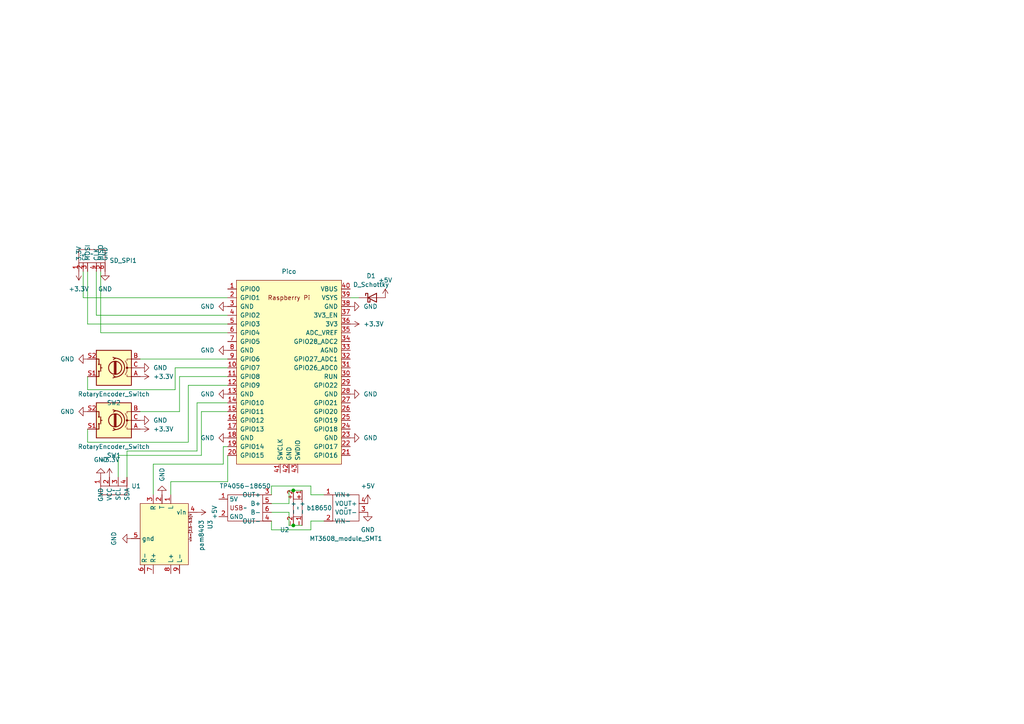
<source format=kicad_sch>
(kicad_sch (version 20230121) (generator eeschema)
  (paper "A4")
  (lib_symbols
    (symbol "Device:D_Schottky" (pin_numbers hide) (pin_names (offset 1.016) hide)
      (property "Reference" "D" (at 0 2.54 0))
      (property "Value" "D_Schottky" (at 0 -2.54 0))
      (symbol "D_Schottky_0_1"
        (polyline (pts (xy 1.27 0) (xy -1.27 0)))
        (polyline (pts (xy 1.27 1.27) (xy 1.27 -1.27) (xy -1.27 0) (xy 1.27 1.27)) (stroke (width 0.254)))
        (polyline (pts (xy -1.905 0.635) (xy -1.905 1.27) (xy -1.27 1.27) (xy -1.27 -1.27) (xy -0.635 -1.27) (xy -0.635 -0.635)) (stroke (width 0.254)))
      )
      (symbol "D_Schottky_1_1"
        (pin passive line (at -3.81 0 0) (length 2.54) (name "K") (number "1"))
        (pin passive line (at 3.81 0 180) (length 2.54) (name "A") (number "2"))
      )
    )
    (symbol "Device:RotaryEncoder_Switch" (pin_names (offset 0.254) hide)
      (property "Reference" "SW" (at 0 6.604 0))
      (property "Value" "RotaryEncoder_Switch" (at 0 -6.604 0))
      (symbol "RotaryEncoder_Switch_0_1"
        (rectangle (start -5.08 5.08) (end 5.08 -5.08) (stroke (width 0.254)) (fill (type background)))
        (circle (center -3.81 0) (radius 0.254) (fill (type outline)))
        (circle (center -0.381 0) (radius 1.905) (stroke (width 0.254)))
        (arc (start -0.381 2.667) (mid -3.0988 -0.0635) (end -0.381 -2.794) (stroke (width 0.254)))
        (polyline (pts (xy -0.635 -1.778) (xy -0.635 1.778)) (stroke (width 0.254)))
        (polyline (pts (xy -0.381 -1.778) (xy -0.381 1.778)) (stroke (width 0.254)))
        (polyline (pts (xy -0.127 1.778) (xy -0.127 -1.778)) (stroke (width 0.254)))
        (polyline (pts (xy 3.81 0) (xy 3.429 0)) (stroke (width 0.254)))
        (polyline (pts (xy 3.81 1.016) (xy 3.81 -1.016)) (stroke (width 0.254)))
        (polyline (pts (xy -5.08 -2.54) (xy -3.81 -2.54) (xy -3.81 -2.032)))
        (polyline (pts (xy -5.08 2.54) (xy -3.81 2.54) (xy -3.81 2.032)))
        (polyline (pts (xy 0.254 -3.048) (xy -0.508 -2.794) (xy 0.127 -2.413)) (stroke (width 0.254)))
        (polyline (pts (xy 0.254 2.921) (xy -0.508 2.667) (xy 0.127 2.286)) (stroke (width 0.254)))
        (polyline (pts (xy 5.08 -2.54) (xy 4.318 -2.54) (xy 4.318 -1.016)) (stroke (width 0.254)))
        (polyline (pts (xy 5.08 2.54) (xy 4.318 2.54) (xy 4.318 1.016)) (stroke (width 0.254)))
        (polyline (pts (xy -5.08 0) (xy -3.81 0) (xy -3.81 -1.016) (xy -3.302 -2.032)))
        (polyline (pts (xy -4.318 0) (xy -3.81 0) (xy -3.81 1.016) (xy -3.302 2.032)))
        (circle (center 4.318 -1.016) (radius 0.127) (stroke (width 0.254)))
        (circle (center 4.318 1.016) (radius 0.127) (stroke (width 0.254)))
      )
      (symbol "RotaryEncoder_Switch_1_1"
        (pin passive line (at -7.62 2.54 0) (length 2.54) (name "A") (number "A"))
        (pin passive line (at -7.62 -2.54 0) (length 2.54) (name "B") (number "B"))
        (pin passive line (at -7.62 0 0) (length 2.54) (name "C") (number "C"))
        (pin passive line (at 7.62 2.54 180) (length 2.54) (name "S1") (number "S1"))
        (pin passive line (at 7.62 -2.54 180) (length 2.54) (name "S2") (number "S2"))
      )
    )
    (symbol "LibrarySym:18650"
      (property "Reference" "U" (at 0 0 0))
      (symbol "18650_0_1"
        (rectangle (start -2.54 1.27) (end 2.54 -1.27))
      )
      (symbol "18650_1_1"
        (pin bidirectional line (at -5.08 1.27 0) (length 2.54) (name "+") (number "+1"))
        (pin bidirectional line (at -5.08 -1.27 0) (length 2.54) (name "+") (number "+2"))
        (pin bidirectional line (at 5.08 1.27 180) (length 2.54) (name "-") (number "-1"))
        (pin bidirectional line (at 5.08 -1.27 180) (length 2.54) (name "-") (number "-2"))
      )
    )
    (symbol "LibrarySym:I2C_OLED"
      (property "Reference" "U" (at 0 0 0))
      (symbol "I2C_OLED_0_1"
        (rectangle (start -3.81 1.27) (end 3.81 -1.27))
      )
      (symbol "I2C_OLED_1_1"
        (pin power_out line (at -3.81 3.81 270) (length 2.54) (name "GND") (number "1"))
        (pin power_in line (at -1.27 3.81 270) (length 2.54) (name "VCC") (number "2"))
        (pin bidirectional line (at 1.27 3.81 270) (length 2.54) (name "SCL") (number "3"))
        (pin bidirectional line (at 3.81 3.81 270) (length 2.54) (name "SDA") (number "4"))
      )
    )
    (symbol "LibrarySym:MSD_SPI"
      (property "Reference" "U" (at 0 0 0))
      (property "Footprint" "Connector_PinHeader_2.54mm:PinHeader_1x06_P2.54mm_Vertical" (at 0 0 0))
      (symbol "MSD_SPI_0_1"
        (rectangle (start -3.81 1.27) (end 3.81 -2.54))
      )
      (symbol "MSD_SPI_1_1"
        (pin input line (at -3.81 -5.08 90) (length 2.54) (name "3.3V") (number "1"))
        (pin input line (at -2.54 -5.08 90) (length 2.54) (name "cs") (number "2"))
        (pin input line (at -1.27 -5.08 90) (length 2.54) (name "MOSI") (number "3"))
        (pin input line (at 1.27 -5.08 90) (length 2.54) (name "CLK") (number "4"))
        (pin input line (at 2.54 -5.08 90) (length 2.54) (name "MISO") (number "5"))
        (pin input line (at 3.81 -5.08 90) (length 2.54) (name "GND") (number "6"))
      )
    )
    (symbol "LibrarySym:MT3068"
      (property "Reference" "U" (at 0 0 0))
      (symbol "MT3068_0_1"
        (rectangle (start -3.81 3.81) (end 3.81 -3.81))
      )
      (symbol "MT3068_1_1"
        (pin power_in line (at -6.35 3.81 0) (length 2.54) (name "VIN+") (number "1"))
        (pin power_in line (at -6.35 -3.81 0) (length 2.54) (name "VIN-") (number "2"))
        (pin power_out line (at 6.35 -1.27 180) (length 2.54) (name "VOUT-") (number "3"))
        (pin power_out line (at 6.35 1.27 180) (length 2.54) (name "VOUT+") (number "4"))
      )
    )
    (symbol "LibrarySym:Pico" (pin_names (offset 1.016))
      (property "Reference" "U" (at -13.97 27.94 0))
      (property "Value" "Pico" (at 0 19.05 0))
      (symbol "Pico_0_0"
        (text "Raspberry Pi" (at 0 21.59 0) (effects (font (size 1.27 1.27))))
      )
      (symbol "Pico_0_1"
        (rectangle (start -15.24 26.67) (end 15.24 -26.67) (fill (type background)))
      )
      (symbol "Pico_1_1"
        (pin bidirectional line (at -17.78 24.13 0) (length 2.54) (name "GPIO0") (number "1"))
        (pin bidirectional line (at -17.78 1.27 0) (length 2.54) (name "GPIO7") (number "10"))
        (pin bidirectional line (at -17.78 -1.27 0) (length 2.54) (name "GPIO8") (number "11"))
        (pin bidirectional line (at -17.78 -3.81 0) (length 2.54) (name "GPIO9") (number "12"))
        (pin power_in line (at -17.78 -6.35 0) (length 2.54) (name "GND") (number "13"))
        (pin bidirectional line (at -17.78 -8.89 0) (length 2.54) (name "GPIO10") (number "14"))
        (pin bidirectional line (at -17.78 -11.43 0) (length 2.54) (name "GPIO11") (number "15"))
        (pin bidirectional line (at -17.78 -13.97 0) (length 2.54) (name "GPIO12") (number "16"))
        (pin bidirectional line (at -17.78 -16.51 0) (length 2.54) (name "GPIO13") (number "17"))
        (pin power_in line (at -17.78 -19.05 0) (length 2.54) (name "GND") (number "18"))
        (pin bidirectional line (at -17.78 -21.59 0) (length 2.54) (name "GPIO14") (number "19"))
        (pin bidirectional line (at -17.78 21.59 0) (length 2.54) (name "GPIO1") (number "2"))
        (pin bidirectional line (at -17.78 -24.13 0) (length 2.54) (name "GPIO15") (number "20"))
        (pin bidirectional line (at 17.78 -24.13 180) (length 2.54) (name "GPIO16") (number "21"))
        (pin bidirectional line (at 17.78 -21.59 180) (length 2.54) (name "GPIO17") (number "22"))
        (pin power_in line (at 17.78 -19.05 180) (length 2.54) (name "GND") (number "23"))
        (pin bidirectional line (at 17.78 -16.51 180) (length 2.54) (name "GPIO18") (number "24"))
        (pin bidirectional line (at 17.78 -13.97 180) (length 2.54) (name "GPIO19") (number "25"))
        (pin bidirectional line (at 17.78 -11.43 180) (length 2.54) (name "GPIO20") (number "26"))
        (pin bidirectional line (at 17.78 -8.89 180) (length 2.54) (name "GPIO21") (number "27"))
        (pin power_in line (at 17.78 -6.35 180) (length 2.54) (name "GND") (number "28"))
        (pin bidirectional line (at 17.78 -3.81 180) (length 2.54) (name "GPIO22") (number "29"))
        (pin power_in line (at -17.78 19.05 0) (length 2.54) (name "GND") (number "3"))
        (pin input line (at 17.78 -1.27 180) (length 2.54) (name "RUN") (number "30"))
        (pin bidirectional line (at 17.78 1.27 180) (length 2.54) (name "GPIO26_ADC0") (number "31"))
        (pin bidirectional line (at 17.78 3.81 180) (length 2.54) (name "GPIO27_ADC1") (number "32"))
        (pin power_in line (at 17.78 6.35 180) (length 2.54) (name "AGND") (number "33"))
        (pin bidirectional line (at 17.78 8.89 180) (length 2.54) (name "GPIO28_ADC2") (number "34"))
        (pin unspecified line (at 17.78 11.43 180) (length 2.54) (name "ADC_VREF") (number "35"))
        (pin unspecified line (at 17.78 13.97 180) (length 2.54) (name "3V3") (number "36"))
        (pin input line (at 17.78 16.51 180) (length 2.54) (name "3V3_EN") (number "37"))
        (pin bidirectional line (at 17.78 19.05 180) (length 2.54) (name "GND") (number "38"))
        (pin unspecified line (at 17.78 21.59 180) (length 2.54) (name "VSYS") (number "39"))
        (pin bidirectional line (at -17.78 16.51 0) (length 2.54) (name "GPIO2") (number "4"))
        (pin unspecified line (at 17.78 24.13 180) (length 2.54) (name "VBUS") (number "40"))
        (pin input line (at -2.54 -29.21 90) (length 2.54) (name "SWCLK") (number "41"))
        (pin power_in line (at 0 -29.21 90) (length 2.54) (name "GND") (number "42"))
        (pin bidirectional line (at 2.54 -29.21 90) (length 2.54) (name "SWDIO") (number "43"))
        (pin bidirectional line (at -17.78 13.97 0) (length 2.54) (name "GPIO3") (number "5"))
        (pin bidirectional line (at -17.78 11.43 0) (length 2.54) (name "GPIO4") (number "6"))
        (pin bidirectional line (at -17.78 8.89 0) (length 2.54) (name "GPIO5") (number "7"))
        (pin power_in line (at -17.78 6.35 0) (length 2.54) (name "GND") (number "8"))
        (pin bidirectional line (at -17.78 3.81 0) (length 2.54) (name "GPIO6") (number "9"))
      )
    )
    (symbol "LibrarySym:TP4056_"
      (property "Reference" "U" (at 0 0 0))
      (symbol "TP4056__0_1"
        (rectangle (start -5.08 3.81) (end 5.08 -3.81))
      )
      (symbol "TP4056__1_1"
        (text "USB\n" (at -2.54 0 0) (effects (font (size 1.27 1.27))))
        (pin power_in line (at -7.62 2.54 0) (length 2.54) (name "5V") (number "1"))
        (pin power_in line (at -7.62 -2.54 0) (length 2.54) (name "GND") (number "2"))
        (pin power_out line (at 7.62 3.81 180) (length 2.54) (name "OUT+") (number "3"))
        (pin power_out line (at 7.62 -3.81 180) (length 2.54) (name "OUT-") (number "4"))
        (pin power_in line (at 7.62 1.27 180) (length 2.54) (name "B+") (number "5"))
        (pin power_in line (at 7.62 -1.27 180) (length 2.54) (name "B-") (number "6"))
      )
    )
    (symbol "LibrarySym:pam8403"
      (property "Reference" "U?" (at -3.6956 13.97 0))
      (property "Value" "pam8403" (at -3.6956 11.43 0))
      (symbol "pam8403_0_0"
        (rectangle (start -8.255 7.62) (end 9.525 -6.35) (fill (type background)))
        (text "vin=[2.5-5.5]V" (at -1.27 8.255 0) (effects (font (size 0.7 0.7))))
      )
      (symbol "pam8403_1_1"
        (pin passive line (at -10.795 2.54 0) (length 2.54) (name "L") (number "1"))
        (pin passive line (at -10.795 0 0) (length 2.54) (name "T") (number "2"))
        (pin passive line (at -10.795 -2.54 0) (length 2.54) (name "R") (number "3"))
        (pin passive line (at -5.715 10.16 270) (length 2.54) (name "vin") (number "4"))
        (pin passive line (at 1.905 -8.89 90) (length 2.54) (name "gnd") (number "5"))
        (pin passive line (at 12.065 -5.08 180) (length 2.54) (name "R-") (number "6"))
        (pin passive line (at 12.065 -2.54 180) (length 2.54) (name "R+") (number "7"))
        (pin passive line (at 12.065 2.54 180) (length 2.54) (name "L+") (number "8"))
        (pin passive line (at 12.065 5.08 180) (length 2.54) (name "L-") (number "9"))
      )
    )
    (symbol "power:+3.3V" (power) (pin_names (offset 0))
      (property "Value" "+3.3V" (at 0 3.556 0))
      (symbol "+3.3V_0_1"
        (polyline (pts (xy -0.762 1.27) (xy 0 2.54)))
        (polyline (pts (xy 0 0) (xy 0 2.54)))
        (polyline (pts (xy 0 2.54) (xy 0.762 1.27)))
      )
      (symbol "+3.3V_1_1"
        (pin power_in line (at 0 0 90) (length 0) hide (name "+3.3V") (number "1"))
      )
    )
    (symbol "power:+5V" (power) (pin_names (offset 0))
      (property "Value" "+5V" (at 0 3.556 0))
      (symbol "+5V_0_1"
        (polyline (pts (xy -0.762 1.27) (xy 0 2.54)))
        (polyline (pts (xy 0 0) (xy 0 2.54)))
        (polyline (pts (xy 0 2.54) (xy 0.762 1.27)))
      )
      (symbol "+5V_1_1"
        (pin power_in line (at 0 0 90) (length 0) hide (name "+5V") (number "1"))
      )
    )
    (symbol "power:GND" (power) (pin_names (offset 0))
      (property "Value" "GND" (at 0 -3.81 0))
      (symbol "GND_0_1"
        (polyline (pts (xy 0 0) (xy 0 -1.27) (xy 1.27 -1.27) (xy 0 -2.54) (xy -1.27 -1.27) (xy 0 -1.27)))
      )
      (symbol "GND_1_1"
        (pin power_in line (at 0 0 270) (length 0) hide (name "GND") (number "1"))
      )
    )
  )
  (junction (at 85.09 142.24))
  (junction (at 85.09 152.4))
  (wire (pts (xy 36.83 138.43) (xy 36.83 130.81)))
  (wire (pts (xy 57.15 130.81) (xy 57.15 116.84)))
  (wire (pts (xy 90.17 140.97) (xy 90.17 143.51)))
  (wire (pts (xy 83.82 146.05) (xy 83.82 142.24)))
  (wire (pts (xy 54.61 128.27) (xy 54.61 111.76)))
  (wire (pts (xy 104.14 86.36) (xy 101.6 86.36)))
  (wire (pts (xy 50.8 106.68) (xy 50.8 113.03)))
  (wire (pts (xy 66.04 132.08) (xy 66.04 139.7)))
  (wire (pts (xy 66.04 139.7) (xy 49.53 139.7)))
  (wire (pts (xy 25.4 109.22) (xy 25.4 113.03)))
  (wire (pts (xy 58.42 119.38) (xy 66.04 119.38)))
  (wire (pts (xy 83.82 148.59) (xy 83.82 152.4)))
  (wire (pts (xy 52.07 109.22) (xy 66.04 109.22)))
  (wire (pts (xy 78.74 148.59) (xy 83.82 148.59)))
  (wire (pts (xy 49.53 139.7) (xy 49.53 143.51)))
  (wire (pts (xy 34.29 138.43) (xy 34.29 132.08)))
  (wire (pts (xy 29.21 78.74) (xy 29.21 96.52)))
  (wire (pts (xy 58.42 132.08) (xy 58.42 119.38)))
  (wire (pts (xy 34.29 132.08) (xy 58.42 132.08)))
  (wire (pts (xy 78.74 151.13) (xy 78.74 153.67)))
  (wire (pts (xy 90.17 153.67) (xy 90.17 151.13)))
  (wire (pts (xy 24.13 78.74) (xy 24.13 86.36)))
  (wire (pts (xy 44.45 134.62) (xy 64.77 134.62)))
  (wire (pts (xy 64.77 129.54) (xy 66.04 129.54)))
  (wire (pts (xy 83.82 142.24) (xy 85.09 142.24)))
  (wire (pts (xy 83.82 152.4) (xy 85.09 152.4)))
  (wire (pts (xy 25.4 78.74) (xy 25.4 93.98)))
  (wire (pts (xy 24.13 86.36) (xy 66.04 86.36)))
  (wire (pts (xy 25.4 124.46) (xy 25.4 128.27)))
  (wire (pts (xy 78.74 146.05) (xy 83.82 146.05)))
  (wire (pts (xy 78.74 153.67) (xy 90.17 153.67)))
  (wire (pts (xy 25.4 113.03) (xy 50.8 113.03)))
  (wire (pts (xy 25.4 93.98) (xy 66.04 93.98)))
  (wire (pts (xy 50.8 106.68) (xy 66.04 106.68)))
  (wire (pts (xy 57.15 116.84) (xy 66.04 116.84)))
  (wire (pts (xy 54.61 111.76) (xy 66.04 111.76)))
  (wire (pts (xy 64.77 134.62) (xy 64.77 129.54)))
  (wire (pts (xy 36.83 130.81) (xy 57.15 130.81)))
  (wire (pts (xy 27.94 78.74) (xy 27.94 91.44)))
  (wire (pts (xy 27.94 91.44) (xy 66.04 91.44)))
  (wire (pts (xy 44.45 143.51) (xy 44.45 134.62)))
  (wire (pts (xy 90.17 151.13) (xy 93.98 151.13)))
  (wire (pts (xy 85.09 142.24) (xy 87.63 142.24)))
  (wire (pts (xy 85.09 152.4) (xy 87.63 152.4)))
  (wire (pts (xy 90.17 143.51) (xy 93.98 143.51)))
  (wire (pts (xy 78.74 143.51) (xy 78.74 140.97)))
  (wire (pts (xy 52.07 119.38) (xy 52.07 109.22)))
  (wire (pts (xy 25.4 128.27) (xy 54.61 128.27)))
  (wire (pts (xy 40.64 119.38) (xy 52.07 119.38)))
  (wire (pts (xy 29.21 96.52) (xy 66.04 96.52)))
  (wire (pts (xy 78.74 140.97) (xy 90.17 140.97)))
  (wire (pts (xy 40.64 104.14) (xy 66.04 104.14)))
  (symbol (lib_id "power:GND") (at 66.04 101.6 270) (unit 1)
    (property "Reference" "#PWR04" (effects hide))
    (property "Value" "GND" (at 62.23 101.6 90) (effects (justify right)))
  )
  (symbol (lib_id "LibrarySym:TP4056_") (at 71.12 147.32 0) (unit 1)
    (property "Reference" "TP4056-18650" (at 71.12 140.97 0))
    (property "Value" "~" (at 71.12 147.32 0))
    (property "Footprint" "Library:TP4056-18650" (effects hide))
  )
  (symbol (lib_id "power:+5V") (at 106.68 146.05 0) (unit 1)
    (property "Reference" "#PWR02" (effects hide))
    (property "Value" "+5V" (at 106.68 140.97 0))
  )
  (symbol (lib_id "LibrarySym:MT3068") (at 100.33 147.32 0) (unit 1)
    (property "Reference" "MT3608_module_SMT1" (at 100.33 156.21 0))
    (property "Value" "~" (at 100.33 147.32 0))
    (property "Footprint" "Library:MT3608_module_SMT" (effects hide))
  )
  (symbol (lib_id "power:GND") (at 25.4 104.14 270) (unit 1)
    (property "Reference" "#PWR019" (effects hide))
    (property "Value" "GND" (at 21.59 104.14 90) (effects (justify right)))
  )
  (symbol (lib_id "power:+3.3V") (at 40.64 109.22 270) (unit 1)
    (property "Reference" "#PWR017" (effects hide))
    (property "Value" "+3.3V" (at 44.45 109.22 90) (effects (justify left)))
  )
  (symbol (lib_id "Device:RotaryEncoder_Switch") (at 33.02 106.68 180) (unit 1)
    (property "Reference" "SW2" (at 33.02 116.84 0))
    (property "Value" "RotaryEncoder_Switch" (at 33.02 114.3 0))
    (property "Footprint" "Rotary_Encoder:RotaryEncoder_Alps_EC11E-Switch_Vertical_H20mm" (effects hide))
  )
  (symbol (lib_id "LibrarySym:18650") (at 86.36 147.32 270) (unit 1)
    (property "Reference" "b18650" (at 88.9 147.32 90) (effects (justify left)))
    (property "Value" "~" (at 86.36 147.32 0))
    (property "Footprint" "Library:18650-PC4" (effects hide))
  )
  (symbol (lib_id "power:GND") (at 101.6 88.9 90) (unit 1)
    (property "Reference" "#PWR05" (effects hide))
    (property "Value" "GND" (at 105.41 88.9 90) (effects (justify right)))
  )
  (symbol (lib_id "power:GND") (at 101.6 127 90) (unit 1)
    (property "Reference" "#PWR07" (effects hide))
    (property "Value" "GND" (at 105.41 127 90) (effects (justify right)))
  )
  (symbol (lib_id "power:GND") (at 66.04 88.9 270) (unit 1)
    (property "Reference" "#PWR09" (effects hide))
    (property "Value" "GND" (at 62.23 88.9 90) (effects (justify right)))
  )
  (symbol (lib_id "power:GND") (at 106.68 148.59 0) (unit 1)
    (property "Reference" "#PWR01" (effects hide))
    (property "Value" "GND" (at 106.68 153.67 0))
  )
  (symbol (lib_id "power:GND") (at 66.04 127 270) (unit 1)
    (property "Reference" "#PWR08" (effects hide))
    (property "Value" "GND" (at 62.23 127 90) (effects (justify right)))
  )
  (symbol (lib_id "LibrarySym:MSD_SPI") (at 26.67 73.66 0) (unit 1)
    (property "Reference" "SD_SPI1" (at 31.75 75.565 0) (effects (justify left)))
    (property "Value" "~" (at 26.67 73.66 0))
    (property "Footprint" "Connector_PinHeader_2.54mm:PinHeader_1x06_P2.54mm_Vertical" (effects hide))
  )
  (symbol (lib_id "power:GND") (at 101.6 114.3 90) (unit 1)
    (property "Reference" "#PWR06" (effects hide))
    (property "Value" "GND" (at 105.41 114.3 90) (effects (justify right)))
  )
  (symbol (lib_id "Device:D_Schottky") (at 107.95 86.36 0) (unit 1)
    (property "Reference" "D1" (at 107.6325 80.01 0))
    (property "Value" "D_Schottky" (at 107.6325 82.55 0))
    (property "Footprint" "Diode_THT:D_DO-41_SOD81_P10.16mm_Horizontal" (effects hide))
  )
  (symbol (lib_id "power:GND") (at 25.4 119.38 270) (unit 1)
    (property "Reference" "#PWR018" (effects hide))
    (property "Value" "GND" (at 21.59 119.38 90) (effects (justify right)))
  )
  (symbol (lib_id "power:GND") (at 46.99 143.51 180) (unit 1)
    (property "Reference" "#PWR024" (effects hide))
    (property "Value" "GND" (at 46.99 139.7 90) (effects (justify right)))
  )
  (symbol (lib_id "LibrarySym:I2C_OLED") (at 33.02 142.24 0) (unit 1)
    (property "Reference" "U1" (at 38.1 140.97 0) (effects (justify left)))
    (property "Value" "~" (at 33.02 142.24 0))
    (property "Footprint" "Connector_PinHeader_2.54mm:PinHeader_1x04_P2.54mm_Vertical" (effects hide))
  )
  (symbol (lib_id "power:GND") (at 30.48 78.74 0) (unit 1)
    (property "Reference" "#PWR011" (effects hide))
    (property "Value" "GND" (at 30.48 83.82 0))
  )
  (symbol (lib_id "power:+5V") (at 57.15 148.59 270) (unit 1)
    (property "Reference" "#PWR022" (effects hide))
    (property "Value" "+5V" (at 62.23 148.59 0))
  )
  (symbol (lib_id "LibrarySym:pam8403") (at 46.99 154.305 270) (unit 1)
    (property "Reference" "U3" (at 60.96 150.7841 0) (effects (justify left)))
    (property "Value" "pam8403" (at 58.42 150.7841 0) (effects (justify left)))
    (property "Footprint" "Library:pam8403" (effects hide))
  )
  (symbol (lib_id "power:GND") (at 66.04 114.3 270) (unit 1)
    (property "Reference" "#PWR010" (effects hide))
    (property "Value" "GND" (at 62.23 114.3 90) (effects (justify right)))
  )
  (symbol (lib_id "power:GND") (at 29.21 138.43 180) (unit 1)
    (property "Reference" "#PWR021" (effects hide))
    (property "Value" "GND" (at 29.21 133.35 0))
  )
  (symbol (lib_id "Device:RotaryEncoder_Switch") (at 33.02 121.92 180) (unit 1)
    (property "Reference" "SW1" (at 33.02 132.08 0))
    (property "Value" "RotaryEncoder_Switch" (at 33.02 129.54 0))
    (property "Footprint" "Rotary_Encoder:RotaryEncoder_Alps_EC11E-Switch_Vertical_H20mm" (effects hide))
  )
  (symbol (lib_id "power:+3.3V") (at 31.75 138.43 0) (unit 1)
    (property "Reference" "#PWR020" (effects hide))
    (property "Value" "+3.3V" (at 31.75 133.35 0))
  )
  (symbol (lib_id "power:GND") (at 40.64 106.68 90) (unit 1)
    (property "Reference" "#PWR016" (effects hide))
    (property "Value" "GND" (at 44.45 106.68 90) (effects (justify right)))
  )
  (symbol (lib_id "LibrarySym:Pico") (at 83.82 107.95 0) (unit 1)
    (property "Reference" "U2" (at 82.55 153.67 0))
    (property "Value" "Pico" (at 83.82 78.74 0))
    (property "Footprint" "Library:RPi_Pico_SMD_TH" (effects hide))
  )
  (symbol (lib_id "power:+3.3V") (at 22.86 78.74 180) (unit 1)
    (property "Reference" "#PWR012" (effects hide))
    (property "Value" "+3.3V" (at 22.86 83.82 0))
  )
  (symbol (lib_id "power:GND") (at 38.1 156.21 270) (unit 1)
    (property "Reference" "#PWR023" (effects hide))
    (property "Value" "GND" (at 33.02 156.21 0))
  )
  (symbol (lib_id "power:+3.3V") (at 40.64 124.46 270) (unit 1)
    (property "Reference" "#PWR014" (effects hide))
    (property "Value" "+3.3V" (at 44.45 124.46 90) (effects (justify left)))
  )
  (symbol (lib_id "power:+3.3V") (at 101.6 93.98 270) (unit 1)
    (property "Reference" "#PWR013" (effects hide))
    (property "Value" "+3.3V" (at 105.41 93.98 90) (effects (justify left)))
  )
  (symbol (lib_id "power:+5V") (at 111.76 86.36 0) (unit 1)
    (property "Reference" "#PWR03" (effects hide))
    (property "Value" "+5V" (at 111.76 81.28 0))
  )
  (symbol (lib_id "power:GND") (at 40.64 121.92 90) (unit 1)
    (property "Reference" "#PWR015" (effects hide))
    (property "Value" "GND" (at 44.45 121.92 90) (effects (justify right)))
  )
)
</source>
